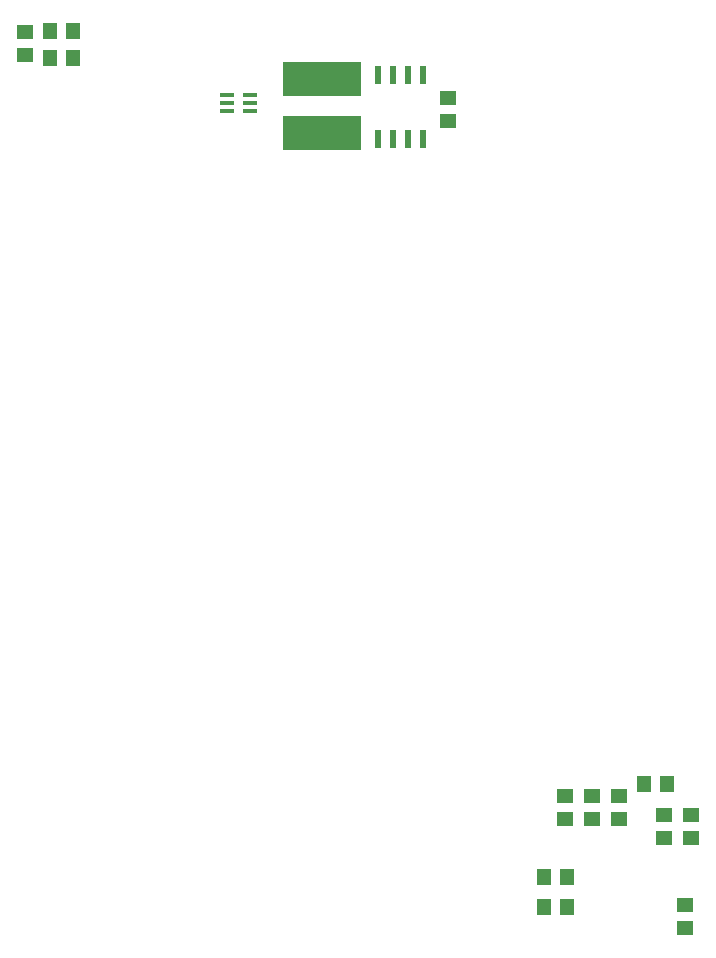
<source format=gbr>
G04 #@! TF.GenerationSoftware,KiCad,Pcbnew,(5.0.0-rc2-dev-586-g888c43477)*
G04 #@! TF.CreationDate,2018-06-03T12:19:04-03:00*
G04 #@! TF.ProjectId,Mcc18,4D636331382E6B696361645F70636200,rev?*
G04 #@! TF.SameCoordinates,Original*
G04 #@! TF.FileFunction,Paste,Bot*
G04 #@! TF.FilePolarity,Positive*
%FSLAX46Y46*%
G04 Gerber Fmt 4.6, Leading zero omitted, Abs format (unit mm)*
G04 Created by KiCad (PCBNEW (5.0.0-rc2-dev-586-g888c43477)) date 06/03/18 12:19:04*
%MOMM*%
%LPD*%
G01*
G04 APERTURE LIST*
%ADD10R,1.295000X1.400000*%
%ADD11R,1.400000X1.295000*%
%ADD12R,6.640000X2.932000*%
%ADD13R,1.168400X0.342900*%
%ADD14R,0.600000X1.550000*%
G04 APERTURE END LIST*
D10*
X104853500Y-52578000D03*
X102918500Y-52578000D03*
X104853500Y-50292000D03*
X102918500Y-50292000D03*
D11*
X136652000Y-57863500D03*
X136652000Y-55928500D03*
X100838000Y-50340500D03*
X100838000Y-52275500D03*
D12*
X125984000Y-54351000D03*
X125984000Y-58933000D03*
D13*
X117894100Y-55738001D03*
X117894100Y-56388000D03*
X117894100Y-57037999D03*
X119849900Y-57037999D03*
X119849900Y-56388000D03*
X119849900Y-55738001D03*
D14*
X130683000Y-54008040D03*
X131953000Y-54008040D03*
X133223000Y-54008040D03*
X134493000Y-54008040D03*
X134493000Y-59408040D03*
X133223000Y-59408040D03*
X131953000Y-59408040D03*
X130683000Y-59408040D03*
D11*
X146558000Y-115062000D03*
X146558000Y-116997000D03*
D10*
X155145500Y-114046000D03*
X153210500Y-114046000D03*
D11*
X148844000Y-116997000D03*
X148844000Y-115062000D03*
D10*
X144780000Y-124460000D03*
X146715000Y-124460000D03*
D11*
X154940000Y-118618000D03*
X154940000Y-116683000D03*
X151130000Y-115062000D03*
X151130000Y-116997000D03*
X157226000Y-118618000D03*
X157226000Y-116683000D03*
D10*
X146715000Y-121920000D03*
X144780000Y-121920000D03*
D11*
X156718000Y-126189500D03*
X156718000Y-124254500D03*
M02*

</source>
